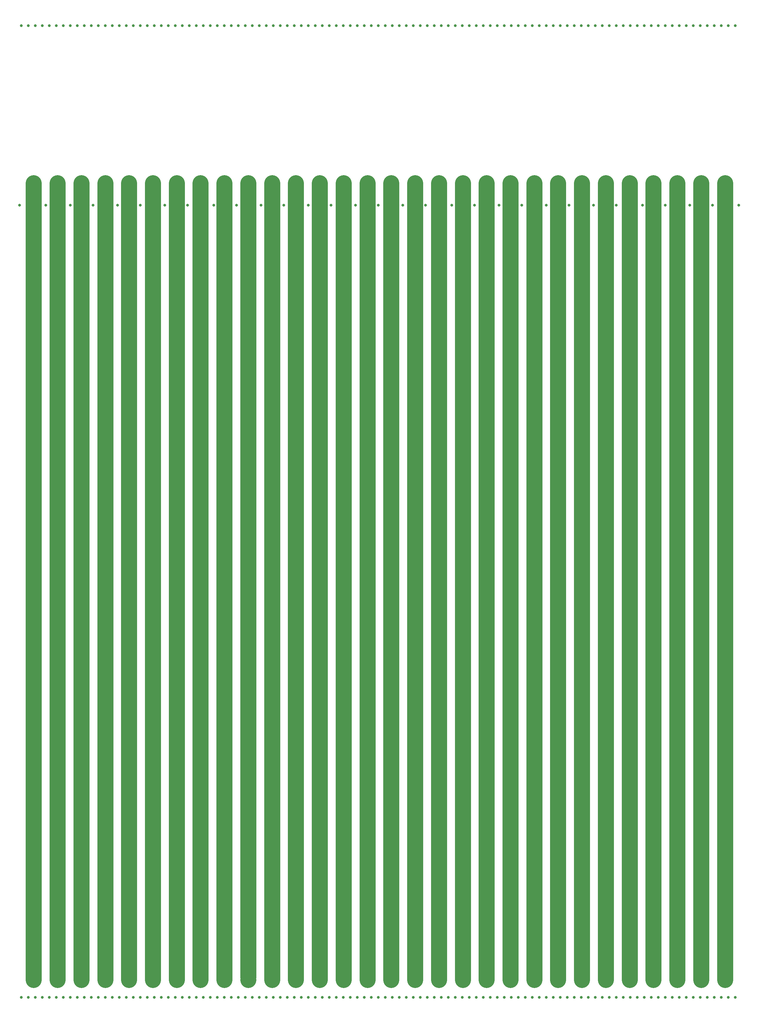
<source format=gbr>
G04 #@! TF.GenerationSoftware,KiCad,Pcbnew,(5.1.6)-1*
G04 #@! TF.CreationDate,2022-05-04T19:11:15-05:00*
G04 #@! TF.ProjectId,stripline_anode,73747269-706c-4696-9e65-5f616e6f6465,1a*
G04 #@! TF.SameCoordinates,Original*
G04 #@! TF.FileFunction,Copper,L6,Bot*
G04 #@! TF.FilePolarity,Positive*
%FSLAX46Y46*%
G04 Gerber Fmt 4.6, Leading zero omitted, Abs format (unit mm)*
G04 Created by KiCad (PCBNEW (5.1.6)-1) date 2022-05-04 19:11:15*
%MOMM*%
%LPD*%
G01*
G04 APERTURE LIST*
G04 #@! TA.AperFunction,ViaPad*
%ADD10C,0.800000*%
G04 #@! TD*
G04 #@! TA.AperFunction,Conductor*
%ADD11C,4.620001*%
G04 #@! TD*
G04 #@! TA.AperFunction,Conductor*
%ADD12C,2.286000*%
G04 #@! TD*
G04 APERTURE END LIST*
D10*
X-103958000Y-121031000D03*
X-101926000Y-121031000D03*
X-99894000Y-121031000D03*
X-97862000Y-121031000D03*
X-95830000Y-121031000D03*
X-93798000Y-121031000D03*
X-91766000Y-121031000D03*
X-89734000Y-121031000D03*
X-87702000Y-121031000D03*
X-85670000Y-121031000D03*
X-83638000Y-121031000D03*
X-81606000Y-121031000D03*
X-79574000Y-121031000D03*
X-77542000Y-121031000D03*
X-75510000Y-121031000D03*
X-73478000Y-121031000D03*
X-71446000Y-121031000D03*
X-69414000Y-121031000D03*
X-67382000Y-121031000D03*
X-65350000Y-121031000D03*
X-63318000Y-121031000D03*
X-61286000Y-121031000D03*
X-59254000Y-121031000D03*
X-57222000Y-121031000D03*
X-55190000Y-121031000D03*
X-24710000Y-121031000D03*
X-20646000Y-121031000D03*
X-10486000Y-121031000D03*
X-6422000Y-121031000D03*
X-42998000Y-121031000D03*
X-34870000Y-121031000D03*
X-18614000Y-121031000D03*
X-8454000Y-121031000D03*
X-28774000Y-121031000D03*
X-14550000Y-121031000D03*
X-32838000Y-121031000D03*
X-22678000Y-121031000D03*
X-40966000Y-121031000D03*
X-47062000Y-121031000D03*
X-4390000Y-121031000D03*
X-51126000Y-121031000D03*
X-45030000Y-121031000D03*
X-12518000Y-121031000D03*
X-16582000Y-121031000D03*
X-36902000Y-121031000D03*
X-30806000Y-121031000D03*
X-26742000Y-121031000D03*
X-38934000Y-121031000D03*
X-49094000Y-121031000D03*
X-53158000Y-121031000D03*
X26090000Y-121031000D03*
X30154000Y-121031000D03*
X40314000Y-121031000D03*
X44378000Y-121031000D03*
X7802000Y-121031000D03*
X15930000Y-121031000D03*
X32186000Y-121031000D03*
X42346000Y-121031000D03*
X22026000Y-121031000D03*
X36250000Y-121031000D03*
X17962000Y-121031000D03*
X28122000Y-121031000D03*
X9834000Y-121031000D03*
X3738000Y-121031000D03*
X46410000Y-121031000D03*
X-326000Y-121031000D03*
X5770000Y-121031000D03*
X38282000Y-121031000D03*
X34218000Y-121031000D03*
X13898000Y-121031000D03*
X19994000Y-121031000D03*
X24058000Y-121031000D03*
X11866000Y-121031000D03*
X1706000Y-121031000D03*
X-2358000Y-121031000D03*
X76890000Y-121031000D03*
X80954000Y-121031000D03*
X91114000Y-121031000D03*
X95178000Y-121031000D03*
X58602000Y-121031000D03*
X66730000Y-121031000D03*
X82986000Y-121031000D03*
X93146000Y-121031000D03*
X72826000Y-121031000D03*
X87050000Y-121031000D03*
X68762000Y-121031000D03*
X78922000Y-121031000D03*
X60634000Y-121031000D03*
X54538000Y-121031000D03*
X97210000Y-121031000D03*
X50474000Y-121031000D03*
X56570000Y-121031000D03*
X89082000Y-121031000D03*
X85018000Y-121031000D03*
X64698000Y-121031000D03*
X70794000Y-121031000D03*
X74858000Y-121031000D03*
X62666000Y-121031000D03*
X52506000Y-121031000D03*
X48442000Y-121031000D03*
X99242000Y-121031000D03*
X101274000Y-121031000D03*
X103306000Y-121031000D03*
X-14042000Y109093000D03*
X-20646000Y109093000D03*
X-27758000Y109093000D03*
X-34362000Y109093000D03*
X-41474000Y109093000D03*
X-48078000Y109093000D03*
X-55698000Y109093000D03*
X-62302000Y109093000D03*
X-69414000Y109093000D03*
X-76018000Y109093000D03*
X-96846000Y109093000D03*
X-326000Y109093000D03*
X6786000Y109093000D03*
X13390000Y109093000D03*
X21010000Y109093000D03*
X27614000Y109093000D03*
X34726000Y109093000D03*
X41330000Y109093000D03*
X48442000Y109093000D03*
X55046000Y109093000D03*
X62158000Y109093000D03*
X76382000Y109093000D03*
X82986000Y109093000D03*
X90098000Y109093000D03*
X96702000Y109093000D03*
X104322000Y109093000D03*
X-6930000Y109093000D03*
X-89734000Y109093000D03*
X-83130000Y109093000D03*
X19994000Y161213800D03*
X-103958000Y161213800D03*
X80954000Y161213800D03*
X78922000Y161213800D03*
X72826000Y161213800D03*
X95178000Y161213800D03*
X87050000Y161213800D03*
X1706000Y161213800D03*
X68762000Y161213800D03*
X-53158000Y161213800D03*
X-99894000Y161213800D03*
X60634000Y161213800D03*
X76890000Y161213800D03*
X58602000Y161213800D03*
X93146000Y161213800D03*
X54538000Y161213800D03*
X82986000Y161213800D03*
X-2358000Y161213800D03*
X91114000Y161213800D03*
X66730000Y161213800D03*
X-12518000Y161213800D03*
X-26742000Y161213800D03*
X24058000Y161213800D03*
X38282000Y161213800D03*
X34218000Y161213800D03*
X17962000Y161213800D03*
X11866000Y161213800D03*
X9834000Y161213800D03*
X32186000Y161213800D03*
X-51126000Y161213800D03*
X46410000Y161213800D03*
X28122000Y161213800D03*
X-326000Y161213800D03*
X3738000Y161213800D03*
X-49094000Y161213800D03*
X7802000Y161213800D03*
X30154000Y161213800D03*
X-36902000Y161213800D03*
X-30806000Y161213800D03*
X70794000Y161213800D03*
X-81606000Y161213800D03*
X-22678000Y161213800D03*
X-32838000Y161213800D03*
X-101926000Y161213800D03*
X-83638000Y161213800D03*
X50474000Y161213800D03*
X-71446000Y161213800D03*
X-8454000Y161213800D03*
X-20646000Y161213800D03*
X97210000Y161213800D03*
X-24710000Y161213800D03*
X-65350000Y161213800D03*
X-18614000Y161213800D03*
X-69414000Y161213800D03*
X48442000Y161213800D03*
X-42998000Y161213800D03*
X-10486000Y161213800D03*
X-97862000Y161213800D03*
X-61286000Y161213800D03*
X-75510000Y161213800D03*
X-95830000Y161213800D03*
X-77542000Y161213800D03*
X-67382000Y161213800D03*
X64698000Y161213800D03*
X89082000Y161213800D03*
X-87702000Y161213800D03*
X40314000Y161213800D03*
X-34870000Y161213800D03*
X36250000Y161213800D03*
X44378000Y161213800D03*
X-38934000Y161213800D03*
X-85670000Y161213800D03*
X-14550000Y161213800D03*
X13898000Y161213800D03*
X5770000Y161213800D03*
X-16582000Y161213800D03*
X-28774000Y161213800D03*
X52506000Y161213800D03*
X-73478000Y161213800D03*
X-93798000Y161213800D03*
X42346000Y161213800D03*
X103306000Y161213800D03*
X-79574000Y161213800D03*
X62666000Y161213800D03*
X-45030000Y161213800D03*
X74858000Y161213800D03*
X15930000Y161213800D03*
X-59254000Y161213800D03*
X-57222000Y161213800D03*
X-4390000Y161213800D03*
X99242000Y161213800D03*
X26090000Y161213800D03*
X22026000Y161213800D03*
X-6422000Y161213800D03*
X85018000Y161213800D03*
X56570000Y161213800D03*
X-55190000Y161213800D03*
X-91766000Y161213800D03*
X101274000Y161213800D03*
X-63318000Y161213800D03*
X-47062000Y161213800D03*
X-40966000Y161213800D03*
X-89734000Y161213800D03*
X-104466000Y109093000D03*
X68762000Y109093000D03*
X-101850000Y-117000000D03*
X-98850000Y-116990000D03*
X-91930000Y-116990000D03*
X-94930000Y-117000000D03*
X-85010000Y-116990000D03*
X-88010000Y-117000000D03*
X-81090000Y-117000000D03*
X-78090000Y-116990000D03*
X-71150000Y-117000000D03*
X-74150000Y-116990000D03*
X-67230000Y-116990000D03*
X-64230000Y-117000000D03*
X-57310000Y-117000000D03*
X-60310000Y-116990000D03*
X-50390000Y-117000000D03*
X-53390000Y-116990000D03*
X-43470000Y-117000000D03*
X-46470000Y-116990000D03*
X-39570000Y-117000000D03*
X-36550000Y-117000000D03*
X-32630000Y-116990000D03*
X-29630000Y-117000000D03*
X-25710000Y-116990000D03*
X-22710000Y-117000000D03*
X-18790000Y-116990000D03*
X-15790000Y-117000000D03*
X-8870000Y-117000000D03*
X-11870000Y-116990000D03*
X-1950000Y-117000000D03*
X-4950000Y-116990000D03*
X4950000Y-116990000D03*
X1970000Y-116990000D03*
X11890000Y-117000000D03*
X8890000Y-116990000D03*
X18810000Y-117000000D03*
X15810000Y-116990000D03*
X22710000Y-117000000D03*
X25730000Y-117000000D03*
X32650000Y-117000000D03*
X29650000Y-116990000D03*
X36570000Y-116990000D03*
X39570000Y-117000000D03*
X43490000Y-116990000D03*
X46490000Y-117000000D03*
X50410000Y-116990000D03*
X53410000Y-117000000D03*
X60330000Y-117000000D03*
X57330000Y-116990000D03*
X67250000Y-117000000D03*
X64250000Y-116990000D03*
X71170000Y-116990000D03*
X74170000Y-117000000D03*
X78090000Y-116990000D03*
X81090000Y-117000000D03*
X88010000Y-117000000D03*
X85010000Y-116990000D03*
X94930000Y-117000000D03*
X91930000Y-116990000D03*
X101830000Y-116990000D03*
X98830000Y-117000000D03*
D11*
X-100340000Y-113113198D02*
X-100340000Y115486802D01*
X-100340000Y-115990000D02*
X-100340000Y-115990000D01*
X-100340000Y-115762000D02*
X-100340000Y-113113198D01*
X-93420000Y-115990000D02*
X-93420000Y-115990000D01*
X-93420000Y-113113198D02*
X-93420000Y115486802D01*
X-93420000Y-115757500D02*
X-93420000Y-113113198D01*
X-86500000Y-115990000D02*
X-86500000Y-115990000D01*
X-86500000Y-113113198D02*
X-86500000Y115486802D01*
X-86500000Y-113113198D02*
X-86500000Y-115990000D01*
X-79580000Y-115990000D02*
X-79580000Y-115990000D01*
X-79580000Y-113113198D02*
X-79580000Y115486802D01*
X-79580000Y-113113198D02*
X-79580000Y-115703000D01*
X-72660000Y-115990000D02*
X-72660000Y-115990000D01*
X-72660000Y-113113198D02*
X-72660000Y115486802D01*
X-72660000Y-113113198D02*
X-72660000Y-115704500D01*
X-65740000Y-115990000D02*
X-65740000Y-115990000D01*
X-65740000Y-113113198D02*
X-65740000Y115486802D01*
X-65740000Y-113113198D02*
X-65740000Y-115515500D01*
X-58820000Y-115990000D02*
X-58820000Y-115990000D01*
X-58820000Y-113113198D02*
X-58820000Y115486802D01*
X-58820000Y-113113198D02*
X-58820000Y-115813500D01*
X-51900000Y-115990000D02*
X-51900000Y-115990000D01*
X-51900000Y-113113198D02*
X-51900000Y115486802D01*
X-51900000Y-113113198D02*
X-51900000Y-115621500D01*
X-44980000Y-115990000D02*
X-44980000Y-115990000D01*
X-44980000Y-113113198D02*
X-44980000Y115486802D01*
X-44980000Y-113113198D02*
X-44980000Y-115990000D01*
X-38060000Y-115990000D02*
X-38060000Y-115990000D01*
X-38060000Y-113113198D02*
X-38060000Y115486802D01*
X-38060000Y-113113198D02*
X-38060000Y-115204000D01*
X-31140000Y-115990000D02*
X-31140000Y-115990000D01*
X-31140000Y-113113198D02*
X-31140000Y115486802D01*
X-31140000Y-113113198D02*
X-31140000Y-115967500D01*
X-24220000Y-115990000D02*
X-24220000Y-115990000D01*
X-24220000Y-113113198D02*
X-24220000Y115486802D01*
X-24220000Y-113113198D02*
X-24220000Y-115990000D01*
X-17300000Y-115990000D02*
X-17300000Y-115990000D01*
X-17300000Y-113113198D02*
X-17300000Y115486802D01*
X-17300000Y-113113198D02*
X-17300000Y-115990000D01*
X-10380000Y-115990000D02*
X-10380000Y-115990000D01*
X-10380000Y-113113198D02*
X-10380000Y115486802D01*
X-10380000Y-113113198D02*
X-10380000Y-115972000D01*
X-3460000Y-115990000D02*
X-3460000Y-115990000D01*
X-3460000Y-113113198D02*
X-3460000Y115486802D01*
X-3460000Y-113113198D02*
X-3460000Y115486802D01*
X-3460000Y-113113198D02*
X-3460000Y-115402000D01*
X3460000Y-113113198D02*
X3460000Y115486802D01*
X3460000Y-115990000D02*
X3460000Y-115990000D01*
X3460000Y-113113198D02*
X3460000Y-115546000D01*
X10380000Y-115990000D02*
X10380000Y-115990000D01*
X10380000Y-113113198D02*
X10380000Y115486802D01*
X10380000Y-113113198D02*
X10380000Y-115608000D01*
X17300000Y-115990000D02*
X17300000Y-115990000D01*
X17300000Y-113113198D02*
X17300000Y115486802D01*
X17300000Y-113113198D02*
X17300000Y-115724000D01*
X24220000Y-115990000D02*
X24220000Y-115990000D01*
X24220000Y-113113198D02*
X24220000Y115486802D01*
X24220000Y-113113198D02*
X24220000Y-115605000D01*
X31140000Y-115990000D02*
X31140000Y-115990000D01*
X31140000Y-113113198D02*
X31140000Y115486802D01*
X31140000Y-113113198D02*
X31140000Y-115794000D01*
X38060000Y-115990000D02*
X38060000Y-115990000D01*
X38060000Y-113113198D02*
X38060000Y115486802D01*
X38060000Y-113113198D02*
X38060000Y-115856000D01*
X44980000Y-115990000D02*
X44980000Y-115990000D01*
X44980000Y-113113198D02*
X44980000Y115486802D01*
X44980000Y-113113198D02*
X44980000Y-115664000D01*
X51900000Y-115990000D02*
X51900000Y-115990000D01*
X51900000Y-113113198D02*
X51900000Y115486802D01*
X51900000Y-113113198D02*
X51900000Y-115916500D01*
X58820000Y-115990000D02*
X58820000Y-115990000D01*
X58820000Y-113113198D02*
X58820000Y115486802D01*
D12*
X58820000Y-113113198D02*
X58820000Y-115860000D01*
D11*
X58820000Y-113113198D02*
X58820000Y-115990000D01*
X65740000Y-115990000D02*
X65740000Y-115990000D01*
X65740000Y-113113198D02*
X65740000Y115486802D01*
D12*
X65740000Y-113113198D02*
X65740000Y-115977000D01*
D11*
X65740000Y-113113198D02*
X65740000Y-115990000D01*
X72660000Y-115990000D02*
X72660000Y-115990000D01*
X72660000Y-113113198D02*
X72660000Y115486802D01*
X72660000Y-113113198D02*
X72660000Y-115975500D01*
X79580000Y-115990000D02*
X79580000Y-115990000D01*
X79580000Y-113113198D02*
X79580000Y115486802D01*
D12*
X79580000Y-113113198D02*
X79580000Y-115974000D01*
D11*
X79580000Y-113113198D02*
X79580000Y-115718060D01*
X86500000Y-115990000D02*
X86500000Y-115990000D01*
X86500000Y-113113198D02*
X86500000Y115486802D01*
D12*
X86500000Y-113113198D02*
X86500000Y-115845500D01*
D11*
X86500000Y-113113198D02*
X86500000Y-115918280D01*
X93420000Y-115990000D02*
X93420000Y-115990000D01*
X93420000Y-113113198D02*
X93420000Y115486802D01*
D12*
X93420000Y-113113198D02*
X93420000Y-115677000D01*
D11*
X93420000Y-113113198D02*
X93420000Y-115629760D01*
X100340000Y-115990000D02*
X100340000Y-115990000D01*
X100340000Y-113113198D02*
X100340000Y115486802D01*
D12*
X100340000Y-113113198D02*
X100340000Y-115932500D01*
D11*
X100340000Y-113113198D02*
X100340000Y-115730180D01*
M02*

</source>
